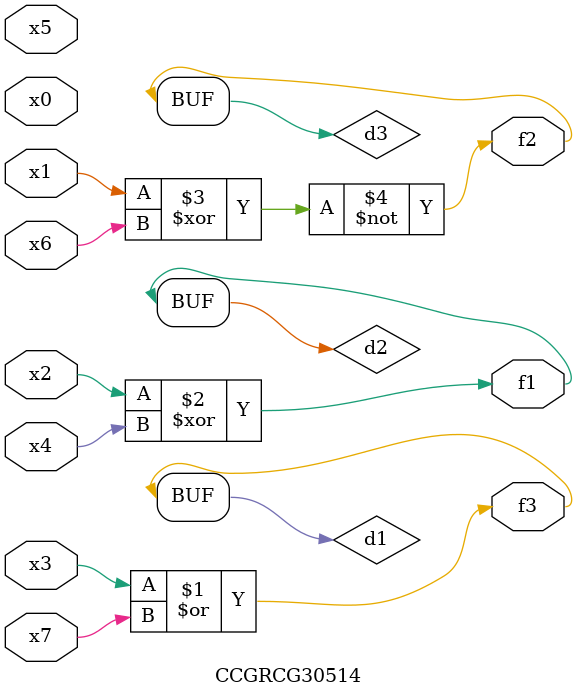
<source format=v>
module CCGRCG30514(
	input x0, x1, x2, x3, x4, x5, x6, x7,
	output f1, f2, f3
);

	wire d1, d2, d3;

	or (d1, x3, x7);
	xor (d2, x2, x4);
	xnor (d3, x1, x6);
	assign f1 = d2;
	assign f2 = d3;
	assign f3 = d1;
endmodule

</source>
